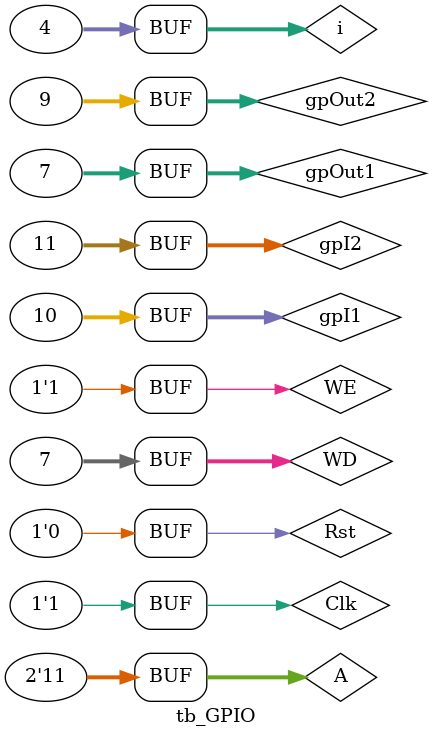
<source format=v>
`timescale 1ns / 1ps


module tb_GPIO;
    reg         Clk;
    reg         Rst;
    reg        WE;
    reg [1:0]  A;
    reg [31:0] gpI1;
    reg [31:0] gpI2;
    reg [31:0] WD;
    wire [31:0] RD;
    reg [31:0] gpOut1;
    reg [31:0] gpOut2;
    
        GPIO tbGPIO (
            .Clk            (Clk),
            .Rst            (Rst),
            .WE             (WE),
            .A              (A),
            .gpI1           (gpI1),
            .gpI2           (gpI2),
            .WD             (WD)
        );
    task tick; 
    begin 
        Clk = 1'b0; #5;
        Clk = 1'b1; #5;
    end
    endtask

    task reset;
    begin 
        Rst = 1'b0; #5;
        Rst = 1'b1; #5;
        Rst = 1'b0;
    end
    endtask
    
    integer i;
    initial begin
        reset;
        
        for(i = 0; i<4; i=i+1) begin
              A=i; 
              WE=0;  
              gpI1=10;
              WD = 5;
              gpOut1 = 7;
              tick;
        end
        for(i = 0; i<4; i=i+1) begin
              A=i;
              WE=1; 
              gpI2=11;
              WD = 7;
              gpOut2 = 9;
              tick;
              
        end
         
    end

endmodule

</source>
